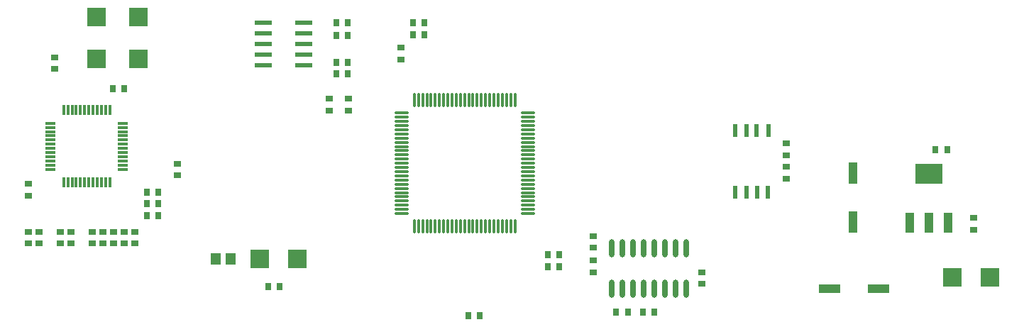
<source format=gtp>
%FSLAX43Y43*%
%MOMM*%
%SFA1B1*%

%IPPOS*%
%ADD10R,0.799998X0.899998*%
%ADD11R,0.899998X0.799998*%
%ADD12O,0.599999X2.199996*%
%ADD13R,0.507999X1.499997*%
%ADD14R,2.299995X2.299995*%
%ADD15R,1.199998X1.399997*%
%ADD16R,2.199996X2.199996*%
%ADD17O,1.799996X0.299999*%
%ADD18O,0.299999X1.799996*%
%ADD19R,2.539995X1.015998*%
%ADD20R,1.015998X2.539995*%
%ADD21R,1.199998X0.299999*%
%ADD22R,0.299999X1.199998*%
%ADD23R,2.031996X0.634999*%
%ADD24R,0.999998X2.399995*%
%ADD25R,3.299993X2.399995*%
%LNlp_led_cube_8x8x8-1*%
%LPD*%
G54D10*
X90739Y100456D03*
X92139D03*
X65469Y98678D03*
X64069D03*
X68133Y83565D03*
X69533D03*
Y84962D03*
X68133D03*
X69533Y86359D03*
X68133D03*
X128715Y72008D03*
X127315D03*
X125540D03*
X124140D03*
X82611Y75056D03*
X84011D03*
X90739Y106552D03*
X92139D03*
X90739Y105028D03*
X92139D03*
X90739Y101853D03*
X92139D03*
X107887Y71627D03*
X106487D03*
X99883Y106552D03*
X101283D03*
X115950Y77469D03*
X117350D03*
X99883Y105155D03*
X101283D03*
X117350Y78866D03*
X115950D03*
X162240Y91439D03*
X163640D03*
G54D11*
X57149Y101026D03*
Y102426D03*
X71754Y88326D03*
Y89726D03*
X66674Y81598D03*
Y80198D03*
X53974Y87313D03*
Y85913D03*
X65404Y80198D03*
Y81598D03*
X64134Y80198D03*
Y81598D03*
X62864Y80198D03*
Y81598D03*
X61594Y80198D03*
Y81598D03*
X57784Y80198D03*
Y81598D03*
X59054Y80198D03*
Y81598D03*
X53974D03*
Y80198D03*
X55244Y81598D03*
Y80198D03*
X121411Y79690D03*
Y81090D03*
X134365Y75372D03*
Y76772D03*
X121411Y76769D03*
Y78169D03*
X144398Y89345D03*
Y87945D03*
Y92139D03*
Y90739D03*
X92201Y96073D03*
Y97473D03*
X98424Y102169D03*
Y103569D03*
X89915Y97473D03*
Y96073D03*
X166750Y83249D03*
Y81849D03*
G54D12*
X132460Y79615D03*
X131190D03*
X129920D03*
X128650D03*
X127380D03*
X126110D03*
X124840D03*
X123570D03*
X132460Y74815D03*
X131190D03*
X129920D03*
X128650D03*
X127380D03*
X126110D03*
X124840D03*
X123570D03*
G54D13*
X138359Y86342D03*
X139659D03*
X140959D03*
X142259D03*
X142309Y93692D03*
X140909D03*
X139659D03*
X138359D03*
G54D14*
X86069Y78358D03*
X81569D03*
X164246Y76199D03*
X168746D03*
G54D15*
X78115Y78358D03*
X76315D03*
G54D16*
X62142Y107274D03*
Y102274D03*
X67142Y107274D03*
Y102274D03*
G54D17*
X98494Y95788D03*
Y95288D03*
Y94788D03*
Y94288D03*
Y93788D03*
Y93288D03*
Y92788D03*
Y92288D03*
Y91788D03*
Y91288D03*
Y90788D03*
Y90288D03*
Y89788D03*
Y89288D03*
Y88788D03*
Y88288D03*
Y87788D03*
Y87288D03*
Y86788D03*
Y86288D03*
Y85788D03*
Y85288D03*
Y84788D03*
Y84288D03*
Y83788D03*
X113594D03*
Y84288D03*
Y84788D03*
Y85288D03*
Y85788D03*
Y86288D03*
Y86788D03*
Y87288D03*
Y87788D03*
Y88288D03*
Y88788D03*
Y89288D03*
Y89788D03*
Y90288D03*
Y90788D03*
Y91288D03*
Y91788D03*
Y92288D03*
Y92788D03*
Y93288D03*
Y93788D03*
Y94288D03*
Y94788D03*
Y95288D03*
Y95788D03*
G54D18*
X100044Y82238D03*
X100544D03*
X101044D03*
X101544D03*
X102044D03*
X102544D03*
X103044D03*
X103544D03*
X104044D03*
X104544D03*
X105044D03*
X105544D03*
X106044D03*
X106544D03*
X107044D03*
X107544D03*
X108044D03*
X108544D03*
X109044D03*
X109544D03*
X110044D03*
X110544D03*
X111044D03*
X111544D03*
X112044D03*
Y97338D03*
X111544D03*
X111044D03*
X110544D03*
X110044D03*
X109544D03*
X109044D03*
X108544D03*
X108044D03*
X107544D03*
X107044D03*
X106544D03*
X106044D03*
X105544D03*
X105044D03*
X104544D03*
X104044D03*
X103544D03*
X103044D03*
X102544D03*
X102044D03*
X101544D03*
X101044D03*
X100544D03*
X100044D03*
G54D19*
X155447Y74802D03*
X149605D03*
G54D20*
X152399Y88645D03*
Y82803D03*
G54D21*
X56659Y94570D03*
Y94070D03*
Y93570D03*
Y93070D03*
Y92570D03*
Y92070D03*
Y91570D03*
Y91070D03*
Y90570D03*
Y90070D03*
Y89570D03*
Y89070D03*
X65259D03*
Y89570D03*
Y90070D03*
Y90570D03*
Y91070D03*
Y91570D03*
Y92070D03*
Y92570D03*
Y93070D03*
Y93570D03*
Y94070D03*
Y94570D03*
G54D22*
X58209Y87520D03*
X58709D03*
X59209D03*
X59709D03*
X60209D03*
X60709D03*
X61209D03*
X61709D03*
X62209D03*
X62709D03*
X63209D03*
X63709D03*
Y96120D03*
X63209D03*
X62709D03*
X62209D03*
X61709D03*
X61209D03*
X60709D03*
X60209D03*
X59709D03*
X59209D03*
X58709D03*
X58209D03*
G54D23*
X86867Y106552D03*
Y105282D03*
Y104012D03*
Y102742D03*
Y101472D03*
X82041D03*
Y102742D03*
Y104012D03*
Y105282D03*
Y106552D03*
G54D24*
X159116Y82697D03*
X161416D03*
X163716D03*
G54D25*
X161416Y88497D03*
M02*
</source>
